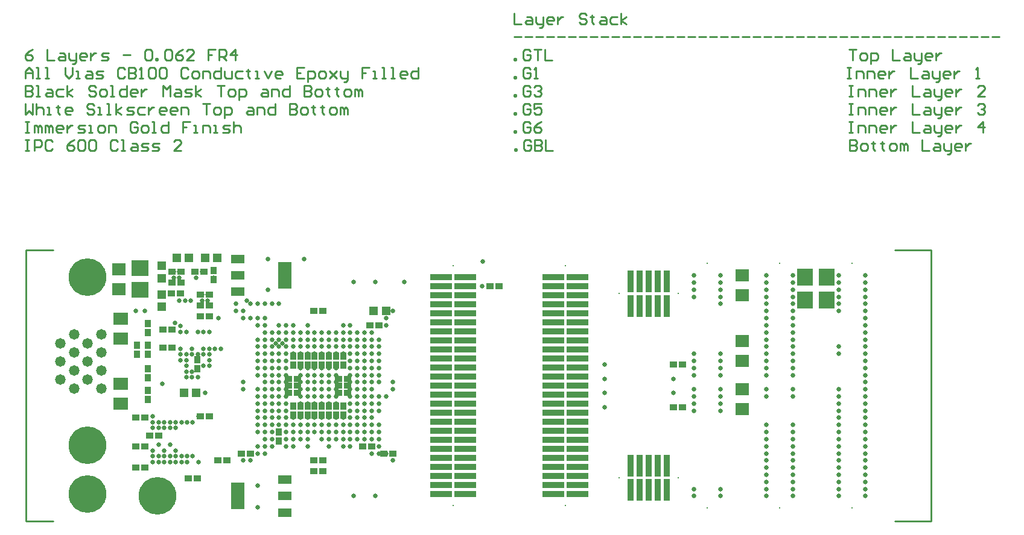
<source format=gts>
%FSLAX23Y23*%
%MOIN*%
G70*
G01*
G75*
G04 Layer_Color=8388736*
G04 Layer_Color=8388736*
%ADD10R,0.035X0.026*%
%ADD11R,0.026X0.035*%
%ADD12R,0.070X0.062*%
%ADD13R,0.069X0.138*%
%ADD14R,0.069X0.043*%
%ADD15R,0.069X0.043*%
%ADD16R,0.085X0.080*%
%ADD17R,0.080X0.085*%
%ADD18R,0.028X0.035*%
%ADD19R,0.071X0.063*%
%ADD20R,0.043X0.039*%
%ADD21R,0.029X0.115*%
%ADD22R,0.039X0.043*%
%ADD23R,0.115X0.029*%
%ADD24C,0.005*%
%ADD25C,0.008*%
%ADD26C,0.010*%
%ADD27C,0.012*%
%ADD28C,0.010*%
%ADD29C,0.018*%
%ADD30C,0.200*%
%ADD31C,0.050*%
%ADD32C,0.020*%
%ADD33R,0.071X0.071*%
%ADD34R,0.091X0.021*%
%ADD35C,0.014*%
%ADD36R,0.087X0.024*%
%ADD37R,0.087X0.024*%
%ADD38R,0.075X0.024*%
%ADD39R,0.091X0.021*%
%ADD40C,0.016*%
%ADD41C,0.006*%
%ADD42C,0.020*%
%ADD43R,0.043X0.034*%
%ADD44R,0.034X0.043*%
%ADD45R,0.078X0.070*%
%ADD46R,0.077X0.146*%
%ADD47R,0.077X0.051*%
%ADD48R,0.077X0.051*%
%ADD49R,0.093X0.088*%
%ADD50R,0.088X0.093*%
%ADD51R,0.036X0.043*%
%ADD52R,0.079X0.071*%
%ADD53R,0.051X0.047*%
%ADD54R,0.037X0.123*%
%ADD55R,0.047X0.051*%
%ADD56R,0.123X0.037*%
%ADD57C,0.026*%
%ADD58C,0.008*%
%ADD59C,0.208*%
%ADD60C,0.058*%
D28*
X3185Y750D02*
X3385D01*
X3185Y-750D02*
X3385D01*
X-1615D02*
X-1465D01*
X-1615Y750D02*
X-1466D01*
X-1615Y-750D02*
Y750D01*
X3385Y-750D02*
Y750D01*
X-1618Y1460D02*
X-1598D01*
X-1608D01*
Y1400D01*
X-1618D01*
X-1598D01*
X-1568D02*
Y1440D01*
X-1558D01*
X-1548Y1430D01*
Y1400D01*
Y1430D01*
X-1538Y1440D01*
X-1528Y1430D01*
Y1400D01*
X-1508D02*
Y1440D01*
X-1498D01*
X-1488Y1430D01*
Y1400D01*
Y1430D01*
X-1478Y1440D01*
X-1468Y1430D01*
Y1400D01*
X-1418D02*
X-1438D01*
X-1448Y1410D01*
Y1430D01*
X-1438Y1440D01*
X-1418D01*
X-1408Y1430D01*
Y1420D01*
X-1448D01*
X-1388Y1440D02*
Y1400D01*
Y1420D01*
X-1378Y1430D01*
X-1368Y1440D01*
X-1358D01*
X-1328Y1400D02*
X-1298D01*
X-1288Y1410D01*
X-1298Y1420D01*
X-1318D01*
X-1328Y1430D01*
X-1318Y1440D01*
X-1288D01*
X-1268Y1400D02*
X-1248D01*
X-1258D01*
Y1440D01*
X-1268D01*
X-1208Y1400D02*
X-1188D01*
X-1178Y1410D01*
Y1430D01*
X-1188Y1440D01*
X-1208D01*
X-1218Y1430D01*
Y1410D01*
X-1208Y1400D01*
X-1158D02*
Y1440D01*
X-1128D01*
X-1118Y1430D01*
Y1400D01*
X-998Y1450D02*
X-1008Y1460D01*
X-1028D01*
X-1038Y1450D01*
Y1410D01*
X-1028Y1400D01*
X-1008D01*
X-998Y1410D01*
Y1430D01*
X-1018D01*
X-968Y1400D02*
X-948D01*
X-938Y1410D01*
Y1430D01*
X-948Y1440D01*
X-968D01*
X-978Y1430D01*
Y1410D01*
X-968Y1400D01*
X-918D02*
X-898D01*
X-908D01*
Y1460D01*
X-918D01*
X-828D02*
Y1400D01*
X-858D01*
X-868Y1410D01*
Y1430D01*
X-858Y1440D01*
X-828D01*
X-708Y1460D02*
X-748D01*
Y1430D01*
X-728D01*
X-748D01*
Y1400D01*
X-688D02*
X-668D01*
X-678D01*
Y1440D01*
X-688D01*
X-638Y1400D02*
Y1440D01*
X-608D01*
X-598Y1430D01*
Y1400D01*
X-578D02*
X-558D01*
X-568D01*
Y1440D01*
X-578D01*
X-528Y1400D02*
X-498D01*
X-488Y1410D01*
X-498Y1420D01*
X-518D01*
X-528Y1430D01*
X-518Y1440D01*
X-488D01*
X-468Y1460D02*
Y1400D01*
Y1430D01*
X-458Y1440D01*
X-438D01*
X-428Y1430D01*
Y1400D01*
X-1618Y1560D02*
Y1500D01*
X-1598Y1520D01*
X-1578Y1500D01*
Y1560D01*
X-1558D02*
Y1500D01*
Y1530D01*
X-1548Y1540D01*
X-1528D01*
X-1518Y1530D01*
Y1500D01*
X-1498D02*
X-1478D01*
X-1488D01*
Y1540D01*
X-1498D01*
X-1438Y1550D02*
Y1540D01*
X-1448D01*
X-1428D01*
X-1438D01*
Y1510D01*
X-1428Y1500D01*
X-1368D02*
X-1388D01*
X-1398Y1510D01*
Y1530D01*
X-1388Y1540D01*
X-1368D01*
X-1358Y1530D01*
Y1520D01*
X-1398D01*
X-1238Y1550D02*
X-1248Y1560D01*
X-1268D01*
X-1278Y1550D01*
Y1540D01*
X-1268Y1530D01*
X-1248D01*
X-1238Y1520D01*
Y1510D01*
X-1248Y1500D01*
X-1268D01*
X-1278Y1510D01*
X-1218Y1500D02*
X-1198D01*
X-1208D01*
Y1540D01*
X-1218D01*
X-1168Y1500D02*
X-1148D01*
X-1158D01*
Y1560D01*
X-1168D01*
X-1118Y1500D02*
Y1560D01*
Y1520D02*
X-1088Y1540D01*
X-1118Y1520D02*
X-1088Y1500D01*
X-1058D02*
X-1028D01*
X-1018Y1510D01*
X-1028Y1520D01*
X-1048D01*
X-1058Y1530D01*
X-1048Y1540D01*
X-1018D01*
X-958D02*
X-988D01*
X-998Y1530D01*
Y1510D01*
X-988Y1500D01*
X-958D01*
X-938Y1540D02*
Y1500D01*
Y1520D01*
X-928Y1530D01*
X-918Y1540D01*
X-908D01*
X-848Y1500D02*
X-868D01*
X-878Y1510D01*
Y1530D01*
X-868Y1540D01*
X-848D01*
X-838Y1530D01*
Y1520D01*
X-878D01*
X-788Y1500D02*
X-808D01*
X-818Y1510D01*
Y1530D01*
X-808Y1540D01*
X-788D01*
X-778Y1530D01*
Y1520D01*
X-818D01*
X-758Y1500D02*
Y1540D01*
X-728D01*
X-718Y1530D01*
Y1500D01*
X-638Y1560D02*
X-598D01*
X-618D01*
Y1500D01*
X-568D02*
X-548D01*
X-538Y1510D01*
Y1530D01*
X-548Y1540D01*
X-568D01*
X-578Y1530D01*
Y1510D01*
X-568Y1500D01*
X-518Y1480D02*
Y1540D01*
X-488D01*
X-478Y1530D01*
Y1510D01*
X-488Y1500D01*
X-518D01*
X-389Y1540D02*
X-369D01*
X-359Y1530D01*
Y1500D01*
X-389D01*
X-399Y1510D01*
X-389Y1520D01*
X-359D01*
X-339Y1500D02*
Y1540D01*
X-309D01*
X-299Y1530D01*
Y1500D01*
X-239Y1560D02*
Y1500D01*
X-269D01*
X-279Y1510D01*
Y1530D01*
X-269Y1540D01*
X-239D01*
X-159Y1560D02*
Y1500D01*
X-129D01*
X-119Y1510D01*
Y1520D01*
X-129Y1530D01*
X-159D01*
X-129D01*
X-119Y1540D01*
Y1550D01*
X-129Y1560D01*
X-159D01*
X-89Y1500D02*
X-69D01*
X-59Y1510D01*
Y1530D01*
X-69Y1540D01*
X-89D01*
X-99Y1530D01*
Y1510D01*
X-89Y1500D01*
X-29Y1550D02*
Y1540D01*
X-39D01*
X-19D01*
X-29D01*
Y1510D01*
X-19Y1500D01*
X21Y1550D02*
Y1540D01*
X11D01*
X31D01*
X21D01*
Y1510D01*
X31Y1500D01*
X71D02*
X91D01*
X101Y1510D01*
Y1530D01*
X91Y1540D01*
X71D01*
X61Y1530D01*
Y1510D01*
X71Y1500D01*
X121D02*
Y1540D01*
X131D01*
X141Y1530D01*
Y1500D01*
Y1530D01*
X151Y1540D01*
X161Y1530D01*
Y1500D01*
X-1618Y1660D02*
Y1600D01*
X-1588D01*
X-1578Y1610D01*
Y1620D01*
X-1588Y1630D01*
X-1618D01*
X-1588D01*
X-1578Y1640D01*
Y1650D01*
X-1588Y1660D01*
X-1618D01*
X-1558Y1600D02*
X-1538D01*
X-1548D01*
Y1660D01*
X-1558D01*
X-1498Y1640D02*
X-1478D01*
X-1468Y1630D01*
Y1600D01*
X-1498D01*
X-1508Y1610D01*
X-1498Y1620D01*
X-1468D01*
X-1408Y1640D02*
X-1438D01*
X-1448Y1630D01*
Y1610D01*
X-1438Y1600D01*
X-1408D01*
X-1388D02*
Y1660D01*
Y1620D02*
X-1358Y1640D01*
X-1388Y1620D02*
X-1358Y1600D01*
X-1228Y1650D02*
X-1238Y1660D01*
X-1258D01*
X-1268Y1650D01*
Y1640D01*
X-1258Y1630D01*
X-1238D01*
X-1228Y1620D01*
Y1610D01*
X-1238Y1600D01*
X-1258D01*
X-1268Y1610D01*
X-1198Y1600D02*
X-1178D01*
X-1168Y1610D01*
Y1630D01*
X-1178Y1640D01*
X-1198D01*
X-1208Y1630D01*
Y1610D01*
X-1198Y1600D01*
X-1148D02*
X-1128D01*
X-1138D01*
Y1660D01*
X-1148D01*
X-1058D02*
Y1600D01*
X-1088D01*
X-1098Y1610D01*
Y1630D01*
X-1088Y1640D01*
X-1058D01*
X-1008Y1600D02*
X-1028D01*
X-1038Y1610D01*
Y1630D01*
X-1028Y1640D01*
X-1008D01*
X-998Y1630D01*
Y1620D01*
X-1038D01*
X-978Y1640D02*
Y1600D01*
Y1620D01*
X-968Y1630D01*
X-958Y1640D01*
X-948D01*
X-858Y1600D02*
Y1660D01*
X-838Y1640D01*
X-818Y1660D01*
Y1600D01*
X-788Y1640D02*
X-768D01*
X-758Y1630D01*
Y1600D01*
X-788D01*
X-798Y1610D01*
X-788Y1620D01*
X-758D01*
X-738Y1600D02*
X-708D01*
X-698Y1610D01*
X-708Y1620D01*
X-728D01*
X-738Y1630D01*
X-728Y1640D01*
X-698D01*
X-678Y1600D02*
Y1660D01*
Y1620D02*
X-648Y1640D01*
X-678Y1620D02*
X-648Y1600D01*
X-558Y1660D02*
X-518D01*
X-538D01*
Y1600D01*
X-488D02*
X-468D01*
X-458Y1610D01*
Y1630D01*
X-468Y1640D01*
X-488D01*
X-498Y1630D01*
Y1610D01*
X-488Y1600D01*
X-438Y1580D02*
Y1640D01*
X-409D01*
X-399Y1630D01*
Y1610D01*
X-409Y1600D01*
X-438D01*
X-309Y1640D02*
X-289D01*
X-279Y1630D01*
Y1600D01*
X-309D01*
X-319Y1610D01*
X-309Y1620D01*
X-279D01*
X-259Y1600D02*
Y1640D01*
X-229D01*
X-219Y1630D01*
Y1600D01*
X-159Y1660D02*
Y1600D01*
X-189D01*
X-199Y1610D01*
Y1630D01*
X-189Y1640D01*
X-159D01*
X-79Y1660D02*
Y1600D01*
X-49D01*
X-39Y1610D01*
Y1620D01*
X-49Y1630D01*
X-79D01*
X-49D01*
X-39Y1640D01*
Y1650D01*
X-49Y1660D01*
X-79D01*
X-9Y1600D02*
X11D01*
X21Y1610D01*
Y1630D01*
X11Y1640D01*
X-9D01*
X-19Y1630D01*
Y1610D01*
X-9Y1600D01*
X51Y1650D02*
Y1640D01*
X41D01*
X61D01*
X51D01*
Y1610D01*
X61Y1600D01*
X101Y1650D02*
Y1640D01*
X91D01*
X111D01*
X101D01*
Y1610D01*
X111Y1600D01*
X151D02*
X171D01*
X181Y1610D01*
Y1630D01*
X171Y1640D01*
X151D01*
X141Y1630D01*
Y1610D01*
X151Y1600D01*
X201D02*
Y1640D01*
X211D01*
X221Y1630D01*
Y1600D01*
Y1630D01*
X231Y1640D01*
X241Y1630D01*
Y1600D01*
X-1618Y1700D02*
Y1740D01*
X-1598Y1760D01*
X-1578Y1740D01*
Y1700D01*
Y1730D01*
X-1618D01*
X-1558Y1700D02*
X-1538D01*
X-1548D01*
Y1760D01*
X-1558D01*
X-1508Y1700D02*
X-1488D01*
X-1498D01*
Y1760D01*
X-1508D01*
X-1398D02*
Y1720D01*
X-1378Y1700D01*
X-1358Y1720D01*
Y1760D01*
X-1338Y1700D02*
X-1318D01*
X-1328D01*
Y1740D01*
X-1338D01*
X-1278D02*
X-1258D01*
X-1248Y1730D01*
Y1700D01*
X-1278D01*
X-1288Y1710D01*
X-1278Y1720D01*
X-1248D01*
X-1228Y1700D02*
X-1198D01*
X-1188Y1710D01*
X-1198Y1720D01*
X-1218D01*
X-1228Y1730D01*
X-1218Y1740D01*
X-1188D01*
X-1068Y1750D02*
X-1078Y1760D01*
X-1098D01*
X-1108Y1750D01*
Y1710D01*
X-1098Y1700D01*
X-1078D01*
X-1068Y1710D01*
X-1048Y1760D02*
Y1700D01*
X-1018D01*
X-1008Y1710D01*
Y1720D01*
X-1018Y1730D01*
X-1048D01*
X-1018D01*
X-1008Y1740D01*
Y1750D01*
X-1018Y1760D01*
X-1048D01*
X-988Y1700D02*
X-968D01*
X-978D01*
Y1760D01*
X-988Y1750D01*
X-938D02*
X-928Y1760D01*
X-908D01*
X-898Y1750D01*
Y1710D01*
X-908Y1700D01*
X-928D01*
X-938Y1710D01*
Y1750D01*
X-878D02*
X-868Y1760D01*
X-848D01*
X-838Y1750D01*
Y1710D01*
X-848Y1700D01*
X-868D01*
X-878Y1710D01*
Y1750D01*
X-718D02*
X-728Y1760D01*
X-748D01*
X-758Y1750D01*
Y1710D01*
X-748Y1700D01*
X-728D01*
X-718Y1710D01*
X-688Y1700D02*
X-668D01*
X-658Y1710D01*
Y1730D01*
X-668Y1740D01*
X-688D01*
X-698Y1730D01*
Y1710D01*
X-688Y1700D01*
X-638D02*
Y1740D01*
X-608D01*
X-598Y1730D01*
Y1700D01*
X-538Y1760D02*
Y1700D01*
X-568D01*
X-578Y1710D01*
Y1730D01*
X-568Y1740D01*
X-538D01*
X-518D02*
Y1710D01*
X-508Y1700D01*
X-478D01*
Y1740D01*
X-418D02*
X-448D01*
X-458Y1730D01*
Y1710D01*
X-448Y1700D01*
X-418D01*
X-389Y1750D02*
Y1740D01*
X-399D01*
X-379D01*
X-389D01*
Y1710D01*
X-379Y1700D01*
X-349D02*
X-329D01*
X-339D01*
Y1740D01*
X-349D01*
X-299D02*
X-279Y1700D01*
X-259Y1740D01*
X-209Y1700D02*
X-229D01*
X-239Y1710D01*
Y1730D01*
X-229Y1740D01*
X-209D01*
X-199Y1730D01*
Y1720D01*
X-239D01*
X-79Y1760D02*
X-119D01*
Y1700D01*
X-79D01*
X-119Y1730D02*
X-99D01*
X-59Y1680D02*
Y1740D01*
X-29D01*
X-19Y1730D01*
Y1710D01*
X-29Y1700D01*
X-59D01*
X11D02*
X31D01*
X41Y1710D01*
Y1730D01*
X31Y1740D01*
X11D01*
X1Y1730D01*
Y1710D01*
X11Y1700D01*
X61Y1740D02*
X101Y1700D01*
X81Y1720D01*
X101Y1740D01*
X61Y1700D01*
X121Y1740D02*
Y1710D01*
X131Y1700D01*
X161D01*
Y1690D01*
X151Y1680D01*
X141D01*
X161Y1700D02*
Y1740D01*
X281Y1760D02*
X241D01*
Y1730D01*
X261D01*
X241D01*
Y1700D01*
X301D02*
X321D01*
X311D01*
Y1740D01*
X301D01*
X351Y1700D02*
X371D01*
X361D01*
Y1760D01*
X351D01*
X401Y1700D02*
X421D01*
X411D01*
Y1760D01*
X401D01*
X481Y1700D02*
X461D01*
X451Y1710D01*
Y1730D01*
X461Y1740D01*
X481D01*
X491Y1730D01*
Y1720D01*
X451D01*
X551Y1760D02*
Y1700D01*
X521D01*
X511Y1710D01*
Y1730D01*
X521Y1740D01*
X551D01*
X-1578Y1860D02*
X-1598Y1850D01*
X-1618Y1830D01*
Y1810D01*
X-1608Y1800D01*
X-1588D01*
X-1578Y1810D01*
Y1820D01*
X-1588Y1830D01*
X-1618D01*
X-1498Y1860D02*
Y1800D01*
X-1458D01*
X-1428Y1840D02*
X-1408D01*
X-1398Y1830D01*
Y1800D01*
X-1428D01*
X-1438Y1810D01*
X-1428Y1820D01*
X-1398D01*
X-1378Y1840D02*
Y1810D01*
X-1368Y1800D01*
X-1338D01*
Y1790D01*
X-1348Y1780D01*
X-1358D01*
X-1338Y1800D02*
Y1840D01*
X-1288Y1800D02*
X-1308D01*
X-1318Y1810D01*
Y1830D01*
X-1308Y1840D01*
X-1288D01*
X-1278Y1830D01*
Y1820D01*
X-1318D01*
X-1258Y1840D02*
Y1800D01*
Y1820D01*
X-1248Y1830D01*
X-1238Y1840D01*
X-1228D01*
X-1198Y1800D02*
X-1168D01*
X-1158Y1810D01*
X-1168Y1820D01*
X-1188D01*
X-1198Y1830D01*
X-1188Y1840D01*
X-1158D01*
X-1078Y1830D02*
X-1038D01*
X-958Y1850D02*
X-948Y1860D01*
X-928D01*
X-918Y1850D01*
Y1810D01*
X-928Y1800D01*
X-948D01*
X-958Y1810D01*
Y1850D01*
X-898Y1800D02*
Y1810D01*
X-888D01*
Y1800D01*
X-898D01*
X-848Y1850D02*
X-838Y1860D01*
X-818D01*
X-808Y1850D01*
Y1810D01*
X-818Y1800D01*
X-838D01*
X-848Y1810D01*
Y1850D01*
X-748Y1860D02*
X-768Y1850D01*
X-788Y1830D01*
Y1810D01*
X-778Y1800D01*
X-758D01*
X-748Y1810D01*
Y1820D01*
X-758Y1830D01*
X-788D01*
X-688Y1800D02*
X-728D01*
X-688Y1840D01*
Y1850D01*
X-698Y1860D01*
X-718D01*
X-728Y1850D01*
X-568Y1860D02*
X-608D01*
Y1830D01*
X-588D01*
X-608D01*
Y1800D01*
X-548D02*
Y1860D01*
X-518D01*
X-508Y1850D01*
Y1830D01*
X-518Y1820D01*
X-548D01*
X-528D02*
X-508Y1800D01*
X-458D02*
Y1860D01*
X-488Y1830D01*
X-448D01*
X-1618Y1360D02*
X-1598D01*
X-1608D01*
Y1300D01*
X-1618D01*
X-1598D01*
X-1568D02*
Y1360D01*
X-1538D01*
X-1528Y1350D01*
Y1330D01*
X-1538Y1320D01*
X-1568D01*
X-1468Y1350D02*
X-1478Y1360D01*
X-1498D01*
X-1508Y1350D01*
Y1310D01*
X-1498Y1300D01*
X-1478D01*
X-1468Y1310D01*
X-1348Y1360D02*
X-1368Y1350D01*
X-1388Y1330D01*
Y1310D01*
X-1378Y1300D01*
X-1358D01*
X-1348Y1310D01*
Y1320D01*
X-1358Y1330D01*
X-1388D01*
X-1328Y1350D02*
X-1318Y1360D01*
X-1298D01*
X-1288Y1350D01*
Y1310D01*
X-1298Y1300D01*
X-1318D01*
X-1328Y1310D01*
Y1350D01*
X-1268D02*
X-1258Y1360D01*
X-1238D01*
X-1228Y1350D01*
Y1310D01*
X-1238Y1300D01*
X-1258D01*
X-1268Y1310D01*
Y1350D01*
X-1108D02*
X-1118Y1360D01*
X-1138D01*
X-1148Y1350D01*
Y1310D01*
X-1138Y1300D01*
X-1118D01*
X-1108Y1310D01*
X-1088Y1300D02*
X-1068D01*
X-1078D01*
Y1360D01*
X-1088D01*
X-1028Y1340D02*
X-1008D01*
X-998Y1330D01*
Y1300D01*
X-1028D01*
X-1038Y1310D01*
X-1028Y1320D01*
X-998D01*
X-978Y1300D02*
X-948D01*
X-938Y1310D01*
X-948Y1320D01*
X-968D01*
X-978Y1330D01*
X-968Y1340D01*
X-938D01*
X-918Y1300D02*
X-888D01*
X-878Y1310D01*
X-888Y1320D01*
X-908D01*
X-918Y1330D01*
X-908Y1340D01*
X-878D01*
X-758Y1300D02*
X-798D01*
X-758Y1340D01*
Y1350D01*
X-768Y1360D01*
X-788D01*
X-798Y1350D01*
X1082Y2060D02*
Y2000D01*
X1122D01*
X1152Y2040D02*
X1172D01*
X1182Y2030D01*
Y2000D01*
X1152D01*
X1142Y2010D01*
X1152Y2020D01*
X1182D01*
X1202Y2040D02*
Y2010D01*
X1212Y2000D01*
X1242D01*
Y1990D01*
X1232Y1980D01*
X1222D01*
X1242Y2000D02*
Y2040D01*
X1292Y2000D02*
X1272D01*
X1262Y2010D01*
Y2030D01*
X1272Y2040D01*
X1292D01*
X1302Y2030D01*
Y2020D01*
X1262D01*
X1322Y2040D02*
Y2000D01*
Y2020D01*
X1332Y2030D01*
X1342Y2040D01*
X1352D01*
X1482Y2050D02*
X1472Y2060D01*
X1452D01*
X1442Y2050D01*
Y2040D01*
X1452Y2030D01*
X1472D01*
X1482Y2020D01*
Y2010D01*
X1472Y2000D01*
X1452D01*
X1442Y2010D01*
X1512Y2050D02*
Y2040D01*
X1502D01*
X1522D01*
X1512D01*
Y2010D01*
X1522Y2000D01*
X1562Y2040D02*
X1582D01*
X1592Y2030D01*
Y2000D01*
X1562D01*
X1552Y2010D01*
X1562Y2020D01*
X1592D01*
X1652Y2040D02*
X1622D01*
X1612Y2030D01*
Y2010D01*
X1622Y2000D01*
X1652D01*
X1672D02*
Y2060D01*
Y2020D02*
X1702Y2040D01*
X1672Y2020D02*
X1702Y2000D01*
X1082Y1930D02*
X1122D01*
X1142D02*
X1182D01*
X1202D02*
X1242D01*
X1262D02*
X1302D01*
X1322D02*
X1362D01*
X1382D02*
X1422D01*
X1442D02*
X1482D01*
X1502D02*
X1542D01*
X1562D02*
X1602D01*
X1622D02*
X1662D01*
X1682D02*
X1722D01*
X1742D02*
X1782D01*
X1802D02*
X1842D01*
X1862D02*
X1902D01*
X1922D02*
X1962D01*
X1982D02*
X2022D01*
X2042D02*
X2082D01*
X2102D02*
X2142D01*
X2162D02*
X2202D01*
X2222D02*
X2262D01*
X2282D02*
X2321D01*
X2341D02*
X2381D01*
X2401D02*
X2441D01*
X2461D02*
X2501D01*
X2521D02*
X2561D01*
X2581D02*
X2621D01*
X2641D02*
X2681D01*
X2701D02*
X2741D01*
X2761D02*
X2801D01*
X2821D02*
X2861D01*
X2881D02*
X2921D01*
X2941D02*
X2981D01*
X3001D02*
X3041D01*
X3061D02*
X3101D01*
X3121D02*
X3161D01*
X3181D02*
X3221D01*
X3241D02*
X3281D01*
X3301D02*
X3341D01*
X3361D02*
X3401D01*
X3421D02*
X3461D01*
X3481D02*
X3521D01*
X3541D02*
X3581D01*
X3601D02*
X3641D01*
X3661D02*
X3701D01*
X3721D02*
X3761D01*
X1082Y1800D02*
Y1810D01*
X1092D01*
Y1800D01*
X1082D01*
X1172Y1850D02*
X1162Y1860D01*
X1142D01*
X1132Y1850D01*
Y1810D01*
X1142Y1800D01*
X1162D01*
X1172Y1810D01*
Y1830D01*
X1152D01*
X1192Y1860D02*
X1232D01*
X1212D01*
Y1800D01*
X1252Y1860D02*
Y1800D01*
X1292D01*
X2931Y1860D02*
X2971D01*
X2951D01*
Y1800D01*
X3001D02*
X3021D01*
X3031Y1810D01*
Y1830D01*
X3021Y1840D01*
X3001D01*
X2991Y1830D01*
Y1810D01*
X3001Y1800D01*
X3051Y1780D02*
Y1840D01*
X3081D01*
X3091Y1830D01*
Y1810D01*
X3081Y1800D01*
X3051D01*
X3171Y1860D02*
Y1800D01*
X3211D01*
X3241Y1840D02*
X3261D01*
X3271Y1830D01*
Y1800D01*
X3241D01*
X3231Y1810D01*
X3241Y1820D01*
X3271D01*
X3291Y1840D02*
Y1810D01*
X3301Y1800D01*
X3331D01*
Y1790D01*
X3321Y1780D01*
X3311D01*
X3331Y1800D02*
Y1840D01*
X3381Y1800D02*
X3361D01*
X3351Y1810D01*
Y1830D01*
X3361Y1840D01*
X3381D01*
X3391Y1830D01*
Y1820D01*
X3351D01*
X3411Y1840D02*
Y1800D01*
Y1820D01*
X3421Y1830D01*
X3431Y1840D01*
X3441D01*
X1082Y1700D02*
Y1710D01*
X1092D01*
Y1700D01*
X1082D01*
X1172Y1750D02*
X1162Y1760D01*
X1142D01*
X1132Y1750D01*
Y1710D01*
X1142Y1700D01*
X1162D01*
X1172Y1710D01*
Y1730D01*
X1152D01*
X1192Y1700D02*
X1212D01*
X1202D01*
Y1760D01*
X1192Y1750D01*
X2921Y1760D02*
X2941D01*
X2931D01*
Y1700D01*
X2921D01*
X2941D01*
X2971D02*
Y1740D01*
X3001D01*
X3011Y1730D01*
Y1700D01*
X3031D02*
Y1740D01*
X3061D01*
X3071Y1730D01*
Y1700D01*
X3121D02*
X3101D01*
X3091Y1710D01*
Y1730D01*
X3101Y1740D01*
X3121D01*
X3131Y1730D01*
Y1720D01*
X3091D01*
X3151Y1740D02*
Y1700D01*
Y1720D01*
X3161Y1730D01*
X3171Y1740D01*
X3181D01*
X3271Y1760D02*
Y1700D01*
X3311D01*
X3341Y1740D02*
X3361D01*
X3371Y1730D01*
Y1700D01*
X3341D01*
X3331Y1710D01*
X3341Y1720D01*
X3371D01*
X3391Y1740D02*
Y1710D01*
X3401Y1700D01*
X3431D01*
Y1690D01*
X3421Y1680D01*
X3411D01*
X3431Y1700D02*
Y1740D01*
X3481Y1700D02*
X3461D01*
X3451Y1710D01*
Y1730D01*
X3461Y1740D01*
X3481D01*
X3491Y1730D01*
Y1720D01*
X3451D01*
X3511Y1740D02*
Y1700D01*
Y1720D01*
X3521Y1730D01*
X3531Y1740D01*
X3541D01*
X3631Y1700D02*
X3651D01*
X3641D01*
Y1760D01*
X3631Y1750D01*
X1082Y1600D02*
Y1610D01*
X1092D01*
Y1600D01*
X1082D01*
X1172Y1650D02*
X1162Y1660D01*
X1142D01*
X1132Y1650D01*
Y1610D01*
X1142Y1600D01*
X1162D01*
X1172Y1610D01*
Y1630D01*
X1152D01*
X1192Y1650D02*
X1202Y1660D01*
X1222D01*
X1232Y1650D01*
Y1640D01*
X1222Y1630D01*
X1212D01*
X1222D01*
X1232Y1620D01*
Y1610D01*
X1222Y1600D01*
X1202D01*
X1192Y1610D01*
X2931Y1660D02*
X2951D01*
X2941D01*
Y1600D01*
X2931D01*
X2951D01*
X2981D02*
Y1640D01*
X3011D01*
X3021Y1630D01*
Y1600D01*
X3041D02*
Y1640D01*
X3071D01*
X3081Y1630D01*
Y1600D01*
X3131D02*
X3111D01*
X3101Y1610D01*
Y1630D01*
X3111Y1640D01*
X3131D01*
X3141Y1630D01*
Y1620D01*
X3101D01*
X3161Y1640D02*
Y1600D01*
Y1620D01*
X3171Y1630D01*
X3181Y1640D01*
X3191D01*
X3281Y1660D02*
Y1600D01*
X3321D01*
X3351Y1640D02*
X3371D01*
X3381Y1630D01*
Y1600D01*
X3351D01*
X3341Y1610D01*
X3351Y1620D01*
X3381D01*
X3401Y1640D02*
Y1610D01*
X3411Y1600D01*
X3441D01*
Y1590D01*
X3431Y1580D01*
X3421D01*
X3441Y1600D02*
Y1640D01*
X3491Y1600D02*
X3471D01*
X3461Y1610D01*
Y1630D01*
X3471Y1640D01*
X3491D01*
X3501Y1630D01*
Y1620D01*
X3461D01*
X3521Y1640D02*
Y1600D01*
Y1620D01*
X3531Y1630D01*
X3541Y1640D01*
X3551D01*
X3681Y1600D02*
X3641D01*
X3681Y1640D01*
Y1650D01*
X3671Y1660D01*
X3651D01*
X3641Y1650D01*
X1082Y1500D02*
Y1510D01*
X1092D01*
Y1500D01*
X1082D01*
X1172Y1550D02*
X1162Y1560D01*
X1142D01*
X1132Y1550D01*
Y1510D01*
X1142Y1500D01*
X1162D01*
X1172Y1510D01*
Y1530D01*
X1152D01*
X1232Y1560D02*
X1192D01*
Y1530D01*
X1212Y1540D01*
X1222D01*
X1232Y1530D01*
Y1510D01*
X1222Y1500D01*
X1202D01*
X1192Y1510D01*
X2931Y1560D02*
X2951D01*
X2941D01*
Y1500D01*
X2931D01*
X2951D01*
X2981D02*
Y1540D01*
X3011D01*
X3021Y1530D01*
Y1500D01*
X3041D02*
Y1540D01*
X3071D01*
X3081Y1530D01*
Y1500D01*
X3131D02*
X3111D01*
X3101Y1510D01*
Y1530D01*
X3111Y1540D01*
X3131D01*
X3141Y1530D01*
Y1520D01*
X3101D01*
X3161Y1540D02*
Y1500D01*
Y1520D01*
X3171Y1530D01*
X3181Y1540D01*
X3191D01*
X3281Y1560D02*
Y1500D01*
X3321D01*
X3351Y1540D02*
X3371D01*
X3381Y1530D01*
Y1500D01*
X3351D01*
X3341Y1510D01*
X3351Y1520D01*
X3381D01*
X3401Y1540D02*
Y1510D01*
X3411Y1500D01*
X3441D01*
Y1490D01*
X3431Y1480D01*
X3421D01*
X3441Y1500D02*
Y1540D01*
X3491Y1500D02*
X3471D01*
X3461Y1510D01*
Y1530D01*
X3471Y1540D01*
X3491D01*
X3501Y1530D01*
Y1520D01*
X3461D01*
X3521Y1540D02*
Y1500D01*
Y1520D01*
X3531Y1530D01*
X3541Y1540D01*
X3551D01*
X3641Y1550D02*
X3651Y1560D01*
X3671D01*
X3681Y1550D01*
Y1540D01*
X3671Y1530D01*
X3661D01*
X3671D01*
X3681Y1520D01*
Y1510D01*
X3671Y1500D01*
X3651D01*
X3641Y1510D01*
X1082Y1400D02*
Y1410D01*
X1092D01*
Y1400D01*
X1082D01*
X1172Y1450D02*
X1162Y1460D01*
X1142D01*
X1132Y1450D01*
Y1410D01*
X1142Y1400D01*
X1162D01*
X1172Y1410D01*
Y1430D01*
X1152D01*
X1232Y1460D02*
X1212Y1450D01*
X1192Y1430D01*
Y1410D01*
X1202Y1400D01*
X1222D01*
X1232Y1410D01*
Y1420D01*
X1222Y1430D01*
X1192D01*
X2931Y1460D02*
X2951D01*
X2941D01*
Y1400D01*
X2931D01*
X2951D01*
X2981D02*
Y1440D01*
X3011D01*
X3021Y1430D01*
Y1400D01*
X3041D02*
Y1440D01*
X3071D01*
X3081Y1430D01*
Y1400D01*
X3131D02*
X3111D01*
X3101Y1410D01*
Y1430D01*
X3111Y1440D01*
X3131D01*
X3141Y1430D01*
Y1420D01*
X3101D01*
X3161Y1440D02*
Y1400D01*
Y1420D01*
X3171Y1430D01*
X3181Y1440D01*
X3191D01*
X3281Y1460D02*
Y1400D01*
X3321D01*
X3351Y1440D02*
X3371D01*
X3381Y1430D01*
Y1400D01*
X3351D01*
X3341Y1410D01*
X3351Y1420D01*
X3381D01*
X3401Y1440D02*
Y1410D01*
X3411Y1400D01*
X3441D01*
Y1390D01*
X3431Y1380D01*
X3421D01*
X3441Y1400D02*
Y1440D01*
X3491Y1400D02*
X3471D01*
X3461Y1410D01*
Y1430D01*
X3471Y1440D01*
X3491D01*
X3501Y1430D01*
Y1420D01*
X3461D01*
X3521Y1440D02*
Y1400D01*
Y1420D01*
X3531Y1430D01*
X3541Y1440D01*
X3551D01*
X3671Y1400D02*
Y1460D01*
X3641Y1430D01*
X3681D01*
X1085Y1300D02*
Y1310D01*
X1095D01*
Y1300D01*
X1085D01*
X1175Y1350D02*
X1165Y1360D01*
X1145D01*
X1135Y1350D01*
Y1310D01*
X1145Y1300D01*
X1165D01*
X1175Y1310D01*
Y1330D01*
X1155D01*
X1195Y1360D02*
Y1300D01*
X1225D01*
X1235Y1310D01*
Y1320D01*
X1225Y1330D01*
X1195D01*
X1225D01*
X1235Y1340D01*
Y1350D01*
X1225Y1360D01*
X1195D01*
X1255D02*
Y1300D01*
X1295D01*
X2934Y1360D02*
Y1300D01*
X2964D01*
X2974Y1310D01*
Y1320D01*
X2964Y1330D01*
X2934D01*
X2964D01*
X2974Y1340D01*
Y1350D01*
X2964Y1360D01*
X2934D01*
X3004Y1300D02*
X3024D01*
X3034Y1310D01*
Y1330D01*
X3024Y1340D01*
X3004D01*
X2994Y1330D01*
Y1310D01*
X3004Y1300D01*
X3064Y1350D02*
Y1340D01*
X3054D01*
X3074D01*
X3064D01*
Y1310D01*
X3074Y1300D01*
X3114Y1350D02*
Y1340D01*
X3104D01*
X3124D01*
X3114D01*
Y1310D01*
X3124Y1300D01*
X3164D02*
X3184D01*
X3194Y1310D01*
Y1330D01*
X3184Y1340D01*
X3164D01*
X3154Y1330D01*
Y1310D01*
X3164Y1300D01*
X3214D02*
Y1340D01*
X3224D01*
X3234Y1330D01*
Y1300D01*
Y1330D01*
X3244Y1340D01*
X3254Y1330D01*
Y1300D01*
X3334Y1360D02*
Y1300D01*
X3374D01*
X3404Y1340D02*
X3424D01*
X3434Y1330D01*
Y1300D01*
X3404D01*
X3394Y1310D01*
X3404Y1320D01*
X3434D01*
X3454Y1340D02*
Y1310D01*
X3464Y1300D01*
X3494D01*
Y1290D01*
X3484Y1280D01*
X3474D01*
X3494Y1300D02*
Y1340D01*
X3544Y1300D02*
X3524D01*
X3514Y1310D01*
Y1330D01*
X3524Y1340D01*
X3544D01*
X3554Y1330D01*
Y1320D01*
X3514D01*
X3574Y1340D02*
Y1300D01*
Y1320D01*
X3584Y1330D01*
X3594Y1340D01*
X3604D01*
D43*
X-808Y630D02*
D03*
X-758D02*
D03*
X-682D02*
D03*
X-632D02*
D03*
X-651Y445D02*
D03*
X-601D02*
D03*
X163Y0D02*
D03*
X113D02*
D03*
X25Y-413D02*
D03*
X-25D02*
D03*
X-424Y-374D02*
D03*
X-374D02*
D03*
X-163Y39D02*
D03*
X-113D02*
D03*
X163D02*
D03*
X113D02*
D03*
X25Y413D02*
D03*
X-25D02*
D03*
X-163Y0D02*
D03*
X-113D02*
D03*
X-163Y-39D02*
D03*
X-113D02*
D03*
X113D02*
D03*
X163D02*
D03*
X363Y-374D02*
D03*
X413D02*
D03*
X1963Y118D02*
D03*
X2013D02*
D03*
Y-118D02*
D03*
X1963D02*
D03*
X950Y550D02*
D03*
X1000D02*
D03*
X-25Y-472D02*
D03*
X25D02*
D03*
X245Y-335D02*
D03*
X295D02*
D03*
X-809Y210D02*
D03*
X-859D02*
D03*
Y310D02*
D03*
X-809D02*
D03*
X-758Y571D02*
D03*
X-808D02*
D03*
X-651Y504D02*
D03*
X-601D02*
D03*
X-762Y512D02*
D03*
X-812D02*
D03*
X-668Y-512D02*
D03*
X-718D02*
D03*
X-651Y-169D02*
D03*
X-601D02*
D03*
X-959Y-177D02*
D03*
X-1009D02*
D03*
Y-453D02*
D03*
X-959D02*
D03*
X-881Y-276D02*
D03*
X-931D02*
D03*
X-601Y386D02*
D03*
X-651D02*
D03*
X-1009Y-335D02*
D03*
X-959D02*
D03*
X-556Y-413D02*
D03*
X-506D02*
D03*
X335Y335D02*
D03*
X285D02*
D03*
D44*
X-1000Y225D02*
D03*
Y175D02*
D03*
X-940Y-75D02*
D03*
Y-25D02*
D03*
X59Y113D02*
D03*
Y163D02*
D03*
X-20Y-163D02*
D03*
Y-113D02*
D03*
X-98Y113D02*
D03*
Y163D02*
D03*
X20Y-113D02*
D03*
Y-163D02*
D03*
Y113D02*
D03*
Y163D02*
D03*
X-20D02*
D03*
Y113D02*
D03*
X98Y-113D02*
D03*
Y-163D02*
D03*
X59Y-113D02*
D03*
Y-163D02*
D03*
X98Y163D02*
D03*
Y113D02*
D03*
X-59Y-113D02*
D03*
Y-163D02*
D03*
Y163D02*
D03*
Y113D02*
D03*
X-98Y-113D02*
D03*
Y-163D02*
D03*
X-217Y-306D02*
D03*
Y-256D02*
D03*
X138Y-163D02*
D03*
Y-113D02*
D03*
X-138D02*
D03*
Y-163D02*
D03*
X138Y163D02*
D03*
Y113D02*
D03*
X-138D02*
D03*
Y163D02*
D03*
X-579Y639D02*
D03*
Y589D02*
D03*
X-669Y93D02*
D03*
Y143D02*
D03*
D45*
X2343Y248D02*
D03*
Y138D02*
D03*
Y-130D02*
D03*
X-1102Y536D02*
D03*
X2343Y610D02*
D03*
Y500D02*
D03*
Y-20D02*
D03*
X-1102Y646D02*
D03*
D46*
X-445Y-610D02*
D03*
X-185Y610D02*
D03*
D47*
X-185Y-520D02*
D03*
Y-610D02*
D03*
X-445Y610D02*
D03*
Y520D02*
D03*
D48*
X-185Y-701D02*
D03*
X-445Y701D02*
D03*
D49*
X-984Y531D02*
D03*
Y651D02*
D03*
D50*
X2810Y475D02*
D03*
X2690D02*
D03*
X2810Y600D02*
D03*
X2690D02*
D03*
D51*
X-940Y44D02*
D03*
Y96D02*
D03*
Y174D02*
D03*
Y226D02*
D03*
Y294D02*
D03*
Y346D02*
D03*
D52*
X-1090Y260D02*
D03*
Y370D02*
D03*
Y10D02*
D03*
Y-100D02*
D03*
D53*
X-742Y-39D02*
D03*
X-675D02*
D03*
X-715Y709D02*
D03*
X-781D02*
D03*
X-557Y709D02*
D03*
X-624D02*
D03*
X307Y413D02*
D03*
X374D02*
D03*
D54*
X1725Y-577D02*
D03*
X1775D02*
D03*
X1825D02*
D03*
X1875D02*
D03*
X1925D02*
D03*
X1725Y-442D02*
D03*
X1775D02*
D03*
X1825D02*
D03*
X1875D02*
D03*
X1925D02*
D03*
Y577D02*
D03*
X1875D02*
D03*
X1825D02*
D03*
X1775D02*
D03*
X1725D02*
D03*
X1925Y442D02*
D03*
X1875D02*
D03*
X1825D02*
D03*
X1775D02*
D03*
X1725D02*
D03*
D55*
X-866Y439D02*
D03*
Y506D02*
D03*
X-866Y663D02*
D03*
Y596D02*
D03*
D56*
X678Y600D02*
D03*
Y550D02*
D03*
Y500D02*
D03*
Y450D02*
D03*
Y400D02*
D03*
Y350D02*
D03*
Y300D02*
D03*
Y250D02*
D03*
Y200D02*
D03*
Y150D02*
D03*
Y100D02*
D03*
Y50D02*
D03*
Y0D02*
D03*
Y-50D02*
D03*
Y-100D02*
D03*
Y-150D02*
D03*
Y-200D02*
D03*
Y-250D02*
D03*
Y-300D02*
D03*
Y-350D02*
D03*
Y-400D02*
D03*
Y-450D02*
D03*
Y-500D02*
D03*
Y-550D02*
D03*
Y-600D02*
D03*
X813Y600D02*
D03*
Y550D02*
D03*
Y500D02*
D03*
Y450D02*
D03*
Y400D02*
D03*
Y350D02*
D03*
Y300D02*
D03*
Y250D02*
D03*
Y200D02*
D03*
Y150D02*
D03*
Y100D02*
D03*
Y50D02*
D03*
Y0D02*
D03*
Y-50D02*
D03*
Y-100D02*
D03*
Y-150D02*
D03*
Y-200D02*
D03*
Y-250D02*
D03*
Y-300D02*
D03*
Y-350D02*
D03*
Y-400D02*
D03*
Y-450D02*
D03*
Y-500D02*
D03*
Y-550D02*
D03*
Y-600D02*
D03*
X1433Y-550D02*
D03*
Y-500D02*
D03*
Y-450D02*
D03*
Y-400D02*
D03*
Y-350D02*
D03*
Y-300D02*
D03*
Y-250D02*
D03*
Y-200D02*
D03*
Y-150D02*
D03*
Y-100D02*
D03*
Y-50D02*
D03*
Y0D02*
D03*
Y50D02*
D03*
Y100D02*
D03*
Y150D02*
D03*
Y200D02*
D03*
Y250D02*
D03*
Y300D02*
D03*
Y350D02*
D03*
Y400D02*
D03*
Y450D02*
D03*
Y500D02*
D03*
Y550D02*
D03*
Y600D02*
D03*
X1298Y-550D02*
D03*
Y-500D02*
D03*
Y-450D02*
D03*
Y-400D02*
D03*
Y-350D02*
D03*
Y-300D02*
D03*
Y-250D02*
D03*
Y-200D02*
D03*
Y-150D02*
D03*
Y-100D02*
D03*
Y-50D02*
D03*
Y0D02*
D03*
Y50D02*
D03*
Y100D02*
D03*
Y150D02*
D03*
Y200D02*
D03*
Y250D02*
D03*
Y300D02*
D03*
Y350D02*
D03*
Y400D02*
D03*
Y450D02*
D03*
Y500D02*
D03*
Y550D02*
D03*
Y600D02*
D03*
X1433Y-600D02*
D03*
X1298D02*
D03*
D57*
X2223Y177D02*
D03*
X2077D02*
D03*
X2223Y-59D02*
D03*
Y-98D02*
D03*
X2077D02*
D03*
Y-59D02*
D03*
X813Y-100D02*
D03*
X374Y413D02*
D03*
X20Y-472D02*
D03*
X-20D02*
D03*
X-185Y661D02*
D03*
X-601Y-169D02*
D03*
X1433Y550D02*
D03*
X3023Y-571D02*
D03*
Y-610D02*
D03*
X2877D02*
D03*
Y-571D02*
D03*
Y-531D02*
D03*
Y-177D02*
D03*
Y-20D02*
D03*
X3023Y98D02*
D03*
Y138D02*
D03*
Y177D02*
D03*
X2877Y217D02*
D03*
Y177D02*
D03*
X3023Y610D02*
D03*
Y571D02*
D03*
X2877Y413D02*
D03*
Y453D02*
D03*
Y492D02*
D03*
Y531D02*
D03*
Y571D02*
D03*
Y610D02*
D03*
X2623Y571D02*
D03*
Y610D02*
D03*
X2477D02*
D03*
Y571D02*
D03*
Y-610D02*
D03*
Y-571D02*
D03*
X2623D02*
D03*
Y-610D02*
D03*
X2077Y-571D02*
D03*
Y-610D02*
D03*
X2223D02*
D03*
Y-571D02*
D03*
X1925Y-442D02*
D03*
X1875D02*
D03*
X1825D02*
D03*
X1775D02*
D03*
X1725D02*
D03*
X2077Y610D02*
D03*
Y571D02*
D03*
X2223D02*
D03*
Y610D02*
D03*
X2477Y138D02*
D03*
Y98D02*
D03*
Y59D02*
D03*
Y-20D02*
D03*
Y-59D02*
D03*
X2623D02*
D03*
Y-20D02*
D03*
Y59D02*
D03*
Y98D02*
D03*
Y138D02*
D03*
X2223D02*
D03*
Y98D02*
D03*
Y59D02*
D03*
Y-20D02*
D03*
Y-138D02*
D03*
X2077D02*
D03*
Y-20D02*
D03*
X1581Y-118D02*
D03*
Y-39D02*
D03*
Y39D02*
D03*
X1581Y118D02*
D03*
X2077Y59D02*
D03*
Y98D02*
D03*
Y138D02*
D03*
X1963Y-118D02*
D03*
Y-39D02*
D03*
Y39D02*
D03*
Y118D02*
D03*
X-661Y-421D02*
D03*
X-556Y-413D02*
D03*
X-668Y-512D02*
D03*
X-959Y-453D02*
D03*
Y-335D02*
D03*
X-881Y-276D02*
D03*
X-959Y-177D02*
D03*
X-1102Y536D02*
D03*
Y646D02*
D03*
X335Y-295D02*
D03*
Y-374D02*
D03*
X295D02*
D03*
X-295Y-374D02*
D03*
X-335D02*
D03*
X-20Y256D02*
D03*
X20Y295D02*
D03*
X-236Y236D02*
D03*
X-20Y217D02*
D03*
X-197Y236D02*
D03*
X-295Y335D02*
D03*
X-256Y217D02*
D03*
X-295Y374D02*
D03*
X-335D02*
D03*
X256Y-20D02*
D03*
Y20D02*
D03*
X335Y-256D02*
D03*
X295D02*
D03*
Y-217D02*
D03*
X335D02*
D03*
X295Y-177D02*
D03*
Y-138D02*
D03*
X335D02*
D03*
Y-98D02*
D03*
X295D02*
D03*
Y-59D02*
D03*
X335D02*
D03*
X374D02*
D03*
X295Y-20D02*
D03*
X335Y20D02*
D03*
X295D02*
D03*
Y59D02*
D03*
X335D02*
D03*
Y98D02*
D03*
X295D02*
D03*
Y138D02*
D03*
X335D02*
D03*
X295Y177D02*
D03*
Y217D02*
D03*
X335Y177D02*
D03*
Y217D02*
D03*
Y256D02*
D03*
X374Y335D02*
D03*
X-675Y-39D02*
D03*
X-742D02*
D03*
X-940Y96D02*
D03*
Y-76D02*
D03*
X-1090Y-100D02*
D03*
Y370D02*
D03*
X-1000Y175D02*
D03*
X-256Y138D02*
D03*
X-217Y98D02*
D03*
Y59D02*
D03*
Y20D02*
D03*
X-59Y256D02*
D03*
Y295D02*
D03*
Y335D02*
D03*
X-98Y256D02*
D03*
Y295D02*
D03*
X-177D02*
D03*
X-98Y217D02*
D03*
X-138Y256D02*
D03*
Y295D02*
D03*
X-177Y256D02*
D03*
Y335D02*
D03*
X-217Y295D02*
D03*
X-256D02*
D03*
X813Y-400D02*
D03*
Y-500D02*
D03*
X1925Y-577D02*
D03*
X1875D02*
D03*
X1825D02*
D03*
X1775D02*
D03*
X1725D02*
D03*
X1925Y442D02*
D03*
X1875D02*
D03*
X1825D02*
D03*
X1775D02*
D03*
X1725D02*
D03*
Y577D02*
D03*
X1775D02*
D03*
X1825D02*
D03*
X1875D02*
D03*
X1925D02*
D03*
X780Y550D02*
D03*
X910Y689D02*
D03*
X643Y550D02*
D03*
X98Y-98D02*
D03*
X-98D02*
D03*
X-59D02*
D03*
X-20D02*
D03*
X20D02*
D03*
X59D02*
D03*
X98Y-59D02*
D03*
X59D02*
D03*
X20D02*
D03*
X-20D02*
D03*
X-59D02*
D03*
X-98D02*
D03*
Y-20D02*
D03*
X-59D02*
D03*
X-20D02*
D03*
X20D02*
D03*
X59D02*
D03*
X98D02*
D03*
Y20D02*
D03*
X59D02*
D03*
X20D02*
D03*
X-20D02*
D03*
X-59D02*
D03*
X-98D02*
D03*
Y59D02*
D03*
X-59D02*
D03*
X-20D02*
D03*
X20D02*
D03*
X59D02*
D03*
X98D02*
D03*
Y98D02*
D03*
X59D02*
D03*
X20D02*
D03*
X-20D02*
D03*
X-59D02*
D03*
X-98D02*
D03*
X-217Y-98D02*
D03*
X-913Y-421D02*
D03*
X-913Y-358D02*
D03*
X-882Y-327D02*
D03*
X-850Y-358D02*
D03*
X-819Y-327D02*
D03*
X-787Y-358D02*
D03*
X-913Y-169D02*
D03*
X-661D02*
D03*
X-787Y-232D02*
D03*
X-819D02*
D03*
X-850D02*
D03*
X-882D02*
D03*
X-913D02*
D03*
X-724Y-421D02*
D03*
X-756D02*
D03*
X-787D02*
D03*
X-819D02*
D03*
X-850D02*
D03*
X-882D02*
D03*
X-913Y-390D02*
D03*
X-882D02*
D03*
X-850D02*
D03*
X-819D02*
D03*
X-787D02*
D03*
X-756D02*
D03*
X-724D02*
D03*
X-693D02*
D03*
X-913Y-201D02*
D03*
X-882D02*
D03*
X-850D02*
D03*
X-819D02*
D03*
X-787D02*
D03*
X-756D02*
D03*
X-724D02*
D03*
X-693D02*
D03*
X-768Y598D02*
D03*
X-799D02*
D03*
Y630D02*
D03*
X-768D02*
D03*
X-673D02*
D03*
X-642D02*
D03*
X-579D02*
D03*
Y598D02*
D03*
X-642Y504D02*
D03*
X-610D02*
D03*
Y472D02*
D03*
X-642D02*
D03*
X-705D02*
D03*
X-736D02*
D03*
X-768D02*
D03*
X-295Y20D02*
D03*
Y256D02*
D03*
Y217D02*
D03*
Y177D02*
D03*
Y138D02*
D03*
Y98D02*
D03*
X-256Y20D02*
D03*
X-295Y59D02*
D03*
X-335Y217D02*
D03*
Y256D02*
D03*
X-335Y177D02*
D03*
X-335Y138D02*
D03*
Y98D02*
D03*
Y59D02*
D03*
X-728Y110D02*
D03*
Y142D02*
D03*
X-665Y173D02*
D03*
X-634D02*
D03*
X-602Y110D02*
D03*
Y205D02*
D03*
X-539D02*
D03*
X-728Y79D02*
D03*
X-413Y-413D02*
D03*
X-374Y-374D02*
D03*
X-335Y-335D02*
D03*
X-295Y-295D02*
D03*
X-256Y-256D02*
D03*
X20Y-413D02*
D03*
X-20D02*
D03*
X335Y-335D02*
D03*
X295Y-295D02*
D03*
X256Y-256D02*
D03*
X217Y-217D02*
D03*
X177Y-177D02*
D03*
X217D02*
D03*
X177Y-217D02*
D03*
X138D02*
D03*
Y-177D02*
D03*
X177Y-138D02*
D03*
X217D02*
D03*
X98Y-177D02*
D03*
X59D02*
D03*
X20D02*
D03*
X-20D02*
D03*
X-59D02*
D03*
X-98D02*
D03*
X-138D02*
D03*
X-177Y-217D02*
D03*
X-138D02*
D03*
X-217D02*
D03*
Y-177D02*
D03*
X-177D02*
D03*
Y-138D02*
D03*
Y-98D02*
D03*
X-217Y-138D02*
D03*
X-177Y-59D02*
D03*
Y-20D02*
D03*
Y20D02*
D03*
X-413Y-20D02*
D03*
Y20D02*
D03*
X-177Y59D02*
D03*
Y98D02*
D03*
X-217Y138D02*
D03*
X-177D02*
D03*
Y177D02*
D03*
X-217D02*
D03*
Y217D02*
D03*
X-138Y177D02*
D03*
X-177Y217D02*
D03*
X-138D02*
D03*
X-98Y177D02*
D03*
X-59D02*
D03*
X-20D02*
D03*
X20D02*
D03*
X59D02*
D03*
X98D02*
D03*
X138D02*
D03*
Y217D02*
D03*
X177D02*
D03*
Y177D02*
D03*
Y138D02*
D03*
X217Y177D02*
D03*
Y138D02*
D03*
X177Y98D02*
D03*
Y59D02*
D03*
Y20D02*
D03*
Y-20D02*
D03*
Y-59D02*
D03*
Y-98D02*
D03*
X217Y217D02*
D03*
X256Y256D02*
D03*
X295Y295D02*
D03*
X335Y335D02*
D03*
X374Y374D02*
D03*
X413Y413D02*
D03*
Y20D02*
D03*
Y-20D02*
D03*
X-20Y413D02*
D03*
X20D02*
D03*
X-374Y374D02*
D03*
X-413Y413D02*
D03*
X-335Y335D02*
D03*
X-295Y295D02*
D03*
X-256Y256D02*
D03*
X-335Y-256D02*
D03*
X-217Y-59D02*
D03*
X-335Y-217D02*
D03*
X-295D02*
D03*
X-256D02*
D03*
Y-177D02*
D03*
X-295D02*
D03*
X-335D02*
D03*
Y-138D02*
D03*
X-295D02*
D03*
X-256D02*
D03*
X-295Y-256D02*
D03*
X-256Y-98D02*
D03*
X-295D02*
D03*
X-335D02*
D03*
X-256Y-59D02*
D03*
X-295D02*
D03*
X-335D02*
D03*
Y-20D02*
D03*
X-295D02*
D03*
X-256D02*
D03*
X-665Y47D02*
D03*
X-697Y79D02*
D03*
Y47D02*
D03*
X-728D02*
D03*
X-634Y110D02*
D03*
X-602Y142D02*
D03*
Y173D02*
D03*
X-571Y205D02*
D03*
X-860Y10D02*
D03*
Y310D02*
D03*
X-760Y173D02*
D03*
Y142D02*
D03*
X-860Y210D02*
D03*
X-1090Y10D02*
D03*
Y260D02*
D03*
X-634Y205D02*
D03*
Y299D02*
D03*
X-665D02*
D03*
X-697Y173D02*
D03*
X-728D02*
D03*
X-697Y205D02*
D03*
X-760D02*
D03*
X-602Y299D02*
D03*
X-728D02*
D03*
X-760D02*
D03*
Y331D02*
D03*
X813Y-300D02*
D03*
Y-200D02*
D03*
X-138Y335D02*
D03*
X-59Y217D02*
D03*
X-20Y295D02*
D03*
X813Y0D02*
D03*
Y100D02*
D03*
Y200D02*
D03*
Y300D02*
D03*
X-20Y-217D02*
D03*
X-59Y-256D02*
D03*
Y-295D02*
D03*
Y-335D02*
D03*
X-98Y-256D02*
D03*
Y-295D02*
D03*
X-177Y-335D02*
D03*
X-138Y-335D02*
D03*
X-98Y-217D02*
D03*
X-138Y-295D02*
D03*
X-177Y-256D02*
D03*
X-177Y-295D02*
D03*
X-138Y-256D02*
D03*
X-59Y-217D02*
D03*
X-20Y-256D02*
D03*
X643Y600D02*
D03*
X413Y-413D02*
D03*
X374Y-374D02*
D03*
X-866Y663D02*
D03*
Y596D02*
D03*
X-866Y506D02*
D03*
Y439D02*
D03*
X-715Y709D02*
D03*
X-624Y709D02*
D03*
X-781Y709D02*
D03*
X-557Y709D02*
D03*
X-673Y598D02*
D03*
X256Y-217D02*
D03*
Y-177D02*
D03*
X256Y-138D02*
D03*
Y-59D02*
D03*
Y59D02*
D03*
X256Y-98D02*
D03*
X678Y450D02*
D03*
Y350D02*
D03*
Y250D02*
D03*
X678Y150D02*
D03*
X678Y-50D02*
D03*
Y-150D02*
D03*
Y50D02*
D03*
Y-350D02*
D03*
Y-450D02*
D03*
Y-550D02*
D03*
Y-250D02*
D03*
X1298Y450D02*
D03*
Y350D02*
D03*
Y250D02*
D03*
Y150D02*
D03*
Y50D02*
D03*
Y-50D02*
D03*
Y-150D02*
D03*
Y-250D02*
D03*
Y-350D02*
D03*
Y-450D02*
D03*
Y-550D02*
D03*
X217Y-98D02*
D03*
X20Y-295D02*
D03*
X59Y-335D02*
D03*
X138D02*
D03*
X177D02*
D03*
X256Y-295D02*
D03*
X217D02*
D03*
X177D02*
D03*
X138D02*
D03*
X98D02*
D03*
X59D02*
D03*
Y-256D02*
D03*
X20D02*
D03*
X98D02*
D03*
X138D02*
D03*
X177Y-256D02*
D03*
X217Y-256D02*
D03*
X98Y-217D02*
D03*
X59D02*
D03*
X20D02*
D03*
X217Y-59D02*
D03*
Y-20D02*
D03*
Y98D02*
D03*
X256D02*
D03*
Y138D02*
D03*
X217Y59D02*
D03*
X177Y335D02*
D03*
X138D02*
D03*
X59Y295D02*
D03*
X98D02*
D03*
X138D02*
D03*
X177D02*
D03*
X217D02*
D03*
X256D02*
D03*
X217Y256D02*
D03*
X177Y256D02*
D03*
X98D02*
D03*
X59D02*
D03*
X20D02*
D03*
Y217D02*
D03*
X59D02*
D03*
X98D02*
D03*
X477Y576D02*
D03*
X904Y550D02*
D03*
X-79Y701D02*
D03*
X-256Y177D02*
D03*
Y98D02*
D03*
Y59D02*
D03*
X-217Y-20D02*
D03*
X-445Y701D02*
D03*
Y610D02*
D03*
Y520D02*
D03*
X-279Y531D02*
D03*
X-394Y472D02*
D03*
X-335Y453D02*
D03*
X-295D02*
D03*
X-453Y413D02*
D03*
X-374Y453D02*
D03*
X-792Y349D02*
D03*
X-651Y386D02*
D03*
X-601D02*
D03*
X-551Y374D02*
D03*
X-625Y-39D02*
D03*
X-959Y413D02*
D03*
X-1009D02*
D03*
X196Y576D02*
D03*
X316D02*
D03*
Y-610D02*
D03*
X196D02*
D03*
X-718Y-512D02*
D03*
X-506Y-413D02*
D03*
X-1009Y-177D02*
D03*
Y-453D02*
D03*
Y-335D02*
D03*
X-931Y-276D02*
D03*
X-445Y-610D02*
D03*
X-335Y-671D02*
D03*
Y-551D02*
D03*
X-185Y-520D02*
D03*
Y-610D02*
D03*
Y-701D02*
D03*
X1000Y550D02*
D03*
X2223Y531D02*
D03*
Y492D02*
D03*
Y453D02*
D03*
X3023Y59D02*
D03*
Y20D02*
D03*
Y-20D02*
D03*
Y-59D02*
D03*
Y-98D02*
D03*
Y217D02*
D03*
Y256D02*
D03*
Y295D02*
D03*
Y335D02*
D03*
Y374D02*
D03*
Y413D02*
D03*
Y453D02*
D03*
Y492D02*
D03*
Y531D02*
D03*
Y-138D02*
D03*
Y-177D02*
D03*
Y-217D02*
D03*
Y-256D02*
D03*
Y-295D02*
D03*
Y-335D02*
D03*
Y-374D02*
D03*
Y-413D02*
D03*
Y-453D02*
D03*
Y-492D02*
D03*
Y-531D02*
D03*
X2877Y-492D02*
D03*
Y-453D02*
D03*
Y-413D02*
D03*
Y-374D02*
D03*
Y-335D02*
D03*
Y-295D02*
D03*
Y-256D02*
D03*
Y-217D02*
D03*
Y-59D02*
D03*
Y-98D02*
D03*
X2623Y531D02*
D03*
X2477D02*
D03*
Y492D02*
D03*
X2623D02*
D03*
Y453D02*
D03*
X2477D02*
D03*
Y413D02*
D03*
X2623D02*
D03*
Y374D02*
D03*
X2477D02*
D03*
Y335D02*
D03*
Y295D02*
D03*
Y256D02*
D03*
Y217D02*
D03*
X2623D02*
D03*
Y256D02*
D03*
Y295D02*
D03*
Y335D02*
D03*
X2477Y-217D02*
D03*
X2623D02*
D03*
Y-256D02*
D03*
X2477D02*
D03*
Y-295D02*
D03*
X2623D02*
D03*
Y-335D02*
D03*
X2477D02*
D03*
Y-374D02*
D03*
X2623D02*
D03*
Y-413D02*
D03*
X2477D02*
D03*
X2623Y-453D02*
D03*
Y-492D02*
D03*
Y-531D02*
D03*
X2477D02*
D03*
X2477Y-492D02*
D03*
Y-453D02*
D03*
X2877Y-138D02*
D03*
X-217Y256D02*
D03*
X2077Y492D02*
D03*
Y531D02*
D03*
X2623Y177D02*
D03*
X2477D02*
D03*
X256Y217D02*
D03*
X295Y256D02*
D03*
X256Y177D02*
D03*
X-295Y-335D02*
D03*
X-256D02*
D03*
X-256Y-295D02*
D03*
X217Y20D02*
D03*
X-413Y374D02*
D03*
X-453Y453D02*
D03*
X-279Y701D02*
D03*
X138Y256D02*
D03*
X-374Y-413D02*
D03*
X2690Y475D02*
D03*
Y600D02*
D03*
X2810D02*
D03*
Y475D02*
D03*
X2343Y500D02*
D03*
Y610D02*
D03*
Y-20D02*
D03*
Y-130D02*
D03*
Y138D02*
D03*
Y248D02*
D03*
X295Y-335D02*
D03*
X-217Y335D02*
D03*
Y453D02*
D03*
X-256D02*
D03*
D58*
X1988Y-510D02*
D03*
X1663D02*
D03*
X745Y-663D02*
D03*
Y663D02*
D03*
X1365D02*
D03*
Y-663D02*
D03*
X2150Y-677D02*
D03*
Y677D02*
D03*
X2550Y-677D02*
D03*
Y677D02*
D03*
X2950Y-677D02*
D03*
Y677D02*
D03*
X1663Y510D02*
D03*
X1988D02*
D03*
D59*
X-1273Y600D02*
D03*
Y-330D02*
D03*
Y-600D02*
D03*
X-888Y-610D02*
D03*
D60*
X-1198Y285D02*
D03*
X-1273Y235D02*
D03*
X-1198Y185D02*
D03*
X-1273Y135D02*
D03*
X-1198Y85D02*
D03*
X-1273Y35D02*
D03*
X-1198Y-15D02*
D03*
X-1348Y285D02*
D03*
X-1423Y235D02*
D03*
X-1348Y185D02*
D03*
X-1423Y135D02*
D03*
X-1348Y85D02*
D03*
X-1423Y35D02*
D03*
X-1348Y-15D02*
D03*
M02*

</source>
